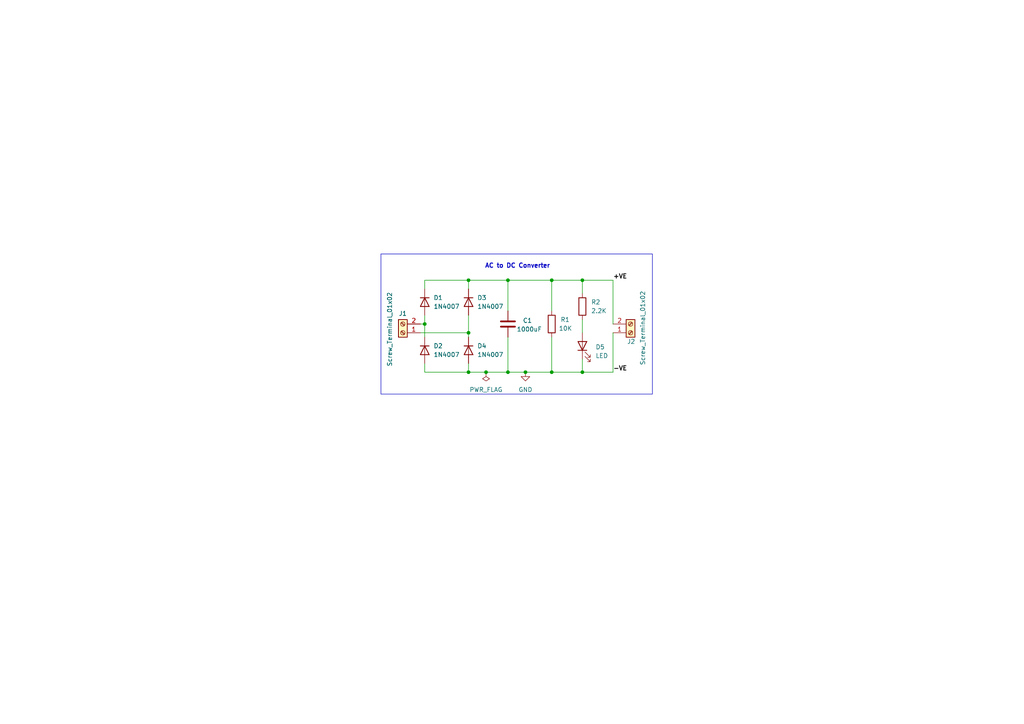
<source format=kicad_sch>
(kicad_sch (version 20231120) (generator "eeschema") (generator_version "8.0")
  (paper "A4")
  (title_block (title "AC to DC Converter") (date "2-1-2025"))
  (lib_symbols
    (symbol "Connector:Screw_Terminal_01x02" (pin_names (offset 1.016) hide)
      (property "Reference" "J" (at 0 2.54 0))
      (property "Value" "Screw_Terminal_01x02" (at 0 -5.08 0))
      (symbol "Screw_Terminal_01x02_1_1"
        (rectangle (start -1.27 1.27) (end 1.27 -3.81) (stroke (width 0.254)) (fill (type background)))
        (circle (center 0 -2.54) (radius 0.635) (stroke (width 0.1524)))
        (polyline (pts (xy -0.5334 -2.2098) (xy 0.3302 -3.048)) (stroke (width 0.1524)))
        (polyline (pts (xy -0.5334 0.3302) (xy 0.3302 -0.508)) (stroke (width 0.1524)))
        (polyline (pts (xy -0.3556 -2.032) (xy 0.508 -2.8702)) (stroke (width 0.1524)))
        (polyline (pts (xy -0.3556 0.508) (xy 0.508 -0.3302)) (stroke (width 0.1524)))
        (circle (center 0 0) (radius 0.635) (stroke (width 0.1524)))
        (pin passive line (at -5.08 0 0) (length 3.81) (name "Pin_1") (number "1"))
        (pin passive line (at -5.08 -2.54 0) (length 3.81) (name "Pin_2") (number "2"))
      )
    )
    (symbol "Device:C" (pin_numbers hide) (pin_names (offset 0.254))
      (property "Reference" "C" (at 0.635 2.54 0))
      (property "Value" "C" (at 0.635 -2.54 0))
      (symbol "C_0_1"
        (polyline (pts (xy -2.032 -0.762) (xy 2.032 -0.762)) (stroke (width 0.508)))
        (polyline (pts (xy -2.032 0.762) (xy 2.032 0.762)) (stroke (width 0.508)))
      )
      (symbol "C_1_1"
        (pin passive line (at 0 3.81 270) (length 2.794) (name "~") (number "1"))
        (pin passive line (at 0 -3.81 90) (length 2.794) (name "~") (number "2"))
      )
    )
    (symbol "Device:LED" (pin_numbers hide) (pin_names (offset 1.016) hide)
      (property "Reference" "D" (at 0 2.54 0))
      (property "Value" "LED" (at 0 -2.54 0))
      (symbol "LED_0_1"
        (polyline (pts (xy -1.27 -1.27) (xy -1.27 1.27)) (stroke (width 0.254)))
        (polyline (pts (xy -1.27 0) (xy 1.27 0)))
        (polyline (pts (xy 1.27 -1.27) (xy 1.27 1.27) (xy -1.27 0) (xy 1.27 -1.27)) (stroke (width 0.254)))
        (polyline (pts (xy -3.048 -0.762) (xy -4.572 -2.286) (xy -3.81 -2.286) (xy -4.572 -2.286) (xy -4.572 -1.524)))
        (polyline (pts (xy -1.778 -0.762) (xy -3.302 -2.286) (xy -2.54 -2.286) (xy -3.302 -2.286) (xy -3.302 -1.524)))
      )
      (symbol "LED_1_1"
        (pin passive line (at -3.81 0 0) (length 2.54) (name "K") (number "1"))
        (pin passive line (at 3.81 0 180) (length 2.54) (name "A") (number "2"))
      )
    )
    (symbol "Device:R" (pin_numbers hide) (pin_names (offset 0))
      (property "Reference" "R" (at 2.032 0 90))
      (property "Value" "R" (at 0 0 90))
      (symbol "R_0_1"
        (rectangle (start -1.016 -2.54) (end 1.016 2.54) (stroke (width 0.254)))
      )
      (symbol "R_1_1"
        (pin passive line (at 0 3.81 270) (length 1.27) (name "~") (number "1"))
        (pin passive line (at 0 -3.81 90) (length 1.27) (name "~") (number "2"))
      )
    )
    (symbol "Diode:1N4007" (pin_numbers hide) (pin_names hide)
      (property "Reference" "D" (at 0 2.54 0))
      (property "Value" "1N4007" (at 0 -2.54 0))
      (symbol "1N4007_0_1"
        (polyline (pts (xy -1.27 1.27) (xy -1.27 -1.27)) (stroke (width 0.254)))
        (polyline (pts (xy 1.27 0) (xy -1.27 0)))
        (polyline (pts (xy 1.27 1.27) (xy 1.27 -1.27) (xy -1.27 0) (xy 1.27 1.27)) (stroke (width 0.254)))
      )
      (symbol "1N4007_1_1"
        (pin passive line (at -3.81 0 0) (length 2.54) (name "K") (number "1"))
        (pin passive line (at 3.81 0 180) (length 2.54) (name "A") (number "2"))
      )
    )
    (symbol "power:GND" (power) (pin_numbers hide) (pin_names (offset 0) hide)
      (property "Value" "GND" (at 0 -3.81 0))
      (symbol "GND_0_1"
        (polyline (pts (xy 0 0) (xy 0 -1.27) (xy 1.27 -1.27) (xy 0 -2.54) (xy -1.27 -1.27) (xy 0 -1.27)))
      )
      (symbol "GND_1_1"
        (pin power_in line (at 0 0 270) (length 0) (name "~") (number "1"))
      )
    )
    (symbol "power:PWR_FLAG" (power) (pin_numbers hide) (pin_names (offset 0) hide)
      (property "Value" "PWR_FLAG" (at 0 3.81 0))
      (symbol "PWR_FLAG_0_0"
        (pin power_out line (at 0 0 90) (length 0) (name "~") (number "1"))
      )
      (symbol "PWR_FLAG_0_1"
        (polyline (pts (xy 0 0) (xy 0 1.27) (xy -1.016 1.905) (xy 0 2.54) (xy 1.016 1.905) (xy 0 1.27)))
      )
    )
  )
  (junction (at 160.02 107.95))
  (junction (at 147.32 81.28))
  (junction (at 147.32 107.95))
  (junction (at 168.91 81.28))
  (junction (at 135.89 107.95))
  (junction (at 135.89 81.28))
  (junction (at 140.97 107.95))
  (junction (at 152.4 107.95))
  (junction (at 160.02 81.28))
  (junction (at 123.19 93.98))
  (junction (at 135.89 96.52))
  (junction (at 168.91 107.95))
  (wire (pts (xy 123.19 83.82) (xy 123.19 81.28)))
  (wire (pts (xy 160.02 81.28) (xy 160.02 90.17)))
  (wire (pts (xy 135.89 91.44) (xy 135.89 96.52)))
  (wire (pts (xy 135.89 107.95) (xy 140.97 107.95)))
  (wire (pts (xy 135.89 96.52) (xy 135.89 97.79)))
  (wire (pts (xy 135.89 81.28) (xy 135.89 83.82)))
  (wire (pts (xy 135.89 81.28) (xy 147.32 81.28)))
  (wire (pts (xy 123.19 91.44) (xy 123.19 93.98)))
  (wire (pts (xy 140.97 107.95) (xy 147.32 107.95)))
  (wire (pts (xy 123.19 81.28) (xy 135.89 81.28)))
  (wire (pts (xy 152.4 107.95) (xy 160.02 107.95)))
  (wire (pts (xy 168.91 81.28) (xy 168.91 85.09)))
  (wire (pts (xy 147.32 107.95) (xy 152.4 107.95)))
  (wire (pts (xy 135.89 105.41) (xy 135.89 107.95)))
  (wire (pts (xy 177.8 107.95) (xy 168.91 107.95)))
  (wire (pts (xy 123.19 93.98) (xy 123.19 97.79)))
  (wire (pts (xy 147.32 81.28) (xy 160.02 81.28)))
  (wire (pts (xy 168.91 81.28) (xy 177.8 81.28)))
  (wire (pts (xy 168.91 107.95) (xy 168.91 104.14)))
  (wire (pts (xy 160.02 81.28) (xy 168.91 81.28)))
  (wire (pts (xy 160.02 107.95) (xy 160.02 97.79)))
  (wire (pts (xy 177.8 81.28) (xy 177.8 93.98)))
  (wire (pts (xy 160.02 107.95) (xy 168.91 107.95)))
  (wire (pts (xy 168.91 92.71) (xy 168.91 96.52)))
  (wire (pts (xy 123.19 107.95) (xy 135.89 107.95)))
  (wire (pts (xy 147.32 81.28) (xy 147.32 90.17)))
  (wire (pts (xy 123.19 105.41) (xy 123.19 107.95)))
  (wire (pts (xy 177.8 96.52) (xy 177.8 107.95)))
  (wire (pts (xy 147.32 107.95) (xy 147.32 97.79)))
  (wire (pts (xy 121.92 93.98) (xy 123.19 93.98)))
  (wire (pts (xy 121.92 96.52) (xy 135.89 96.52)))
  (rectangle (start 110.49 73.66) (end 189.23 114.3))
  (text "AC to DC Converter" (at 150.114 77.216 0) (effects (font (size 1.27 1.27) (thickness 0.254) (bold yes))))
  (label "-VE" (at 177.8 107.95 0) (effects (font (thickness 0.254) (bold yes))))
  (label "+VE" (at 177.8 81.28 0) (effects (font (thickness 0.254) (bold yes))))
  (symbol (lib_id "Diode:1N4007") (at 123.19 87.63 270) (unit 1)
    (property "Reference" "D1" (at 125.73 86.3599 90) (effects (justify left)))
    (property "Value" "1N4007" (at 125.73 88.8999 90) (effects (justify left)))
    (property "Footprint" "Diode_THT:D_DO-34_SOD68_P7.62mm_Horizontal" (effects (hide yes)))
    (property "Datasheet" "http://www.vishay.com/docs/88503/1n4001.pdf" (effects (hide yes)))
    (property "Description" "1000V 1A General Purpose Rectifier Diode, DO-41" (effects (hide yes)))
    (property "Sim.Device" "D" (effects (hide yes)))
    (property "Sim.Pins" "1=K 2=A" (effects (hide yes)))
  )
  (symbol (lib_id "Device:R") (at 168.91 88.9 0) (unit 1)
    (property "Reference" "R2" (at 171.45 87.6299 0) (effects (justify left)))
    (property "Value" "2.2K" (at 171.45 90.1699 0) (effects (justify left)))
    (property "Footprint" "Resistor_THT:R_Axial_DIN0207_L6.3mm_D2.5mm_P7.62mm_Horizontal" (effects (hide yes)))
    (property "Description" "Resistor" (effects (hide yes)))
  )
  (symbol (lib_id "power:PWR_FLAG") (at 140.97 107.95 180) (unit 1)
    (property "Reference" "#FLG01" (effects (hide yes)))
    (property "Value" "PWR_FLAG" (at 140.97 113.03 0))
    (property "Description" "Special symbol for telling ERC where power comes from" (effects (hide yes)))
  )
  (symbol (lib_id "Diode:1N4007") (at 135.89 101.6 270) (unit 1)
    (property "Reference" "D4" (at 138.43 100.3299 90) (effects (justify left)))
    (property "Value" "1N4007" (at 138.43 102.8699 90) (effects (justify left)))
    (property "Footprint" "Diode_THT:D_DO-34_SOD68_P7.62mm_Horizontal" (effects (hide yes)))
    (property "Datasheet" "http://www.vishay.com/docs/88503/1n4001.pdf" (effects (hide yes)))
    (property "Description" "1000V 1A General Purpose Rectifier Diode, DO-41" (effects (hide yes)))
    (property "Sim.Device" "D" (effects (hide yes)))
    (property "Sim.Pins" "1=K 2=A" (effects (hide yes)))
  )
  (symbol (lib_id "Diode:1N4007") (at 135.89 87.63 270) (unit 1)
    (property "Reference" "D3" (at 138.43 86.3599 90) (effects (justify left)))
    (property "Value" "1N4007" (at 138.43 88.8999 90) (effects (justify left)))
    (property "Footprint" "Diode_THT:D_DO-34_SOD68_P7.62mm_Horizontal" (effects (hide yes)))
    (property "Datasheet" "http://www.vishay.com/docs/88503/1n4001.pdf" (effects (hide yes)))
    (property "Description" "1000V 1A General Purpose Rectifier Diode, DO-41" (effects (hide yes)))
    (property "Sim.Device" "D" (effects (hide yes)))
    (property "Sim.Pins" "1=K 2=A" (effects (hide yes)))
  )
  (symbol (lib_id "Connector:Screw_Terminal_01x02") (at 182.88 96.52 0) (mirror x) (unit 1)
    (property "Reference" "J2" (at 181.864 99.06 0) (effects (justify left)))
    (property "Value" "Screw_Terminal_01x02" (at 186.436 84.328 90) (effects (justify left)))
    (property "Footprint" "TerminalBlock:TerminalBlock_bornier-2_P5.08mm" (effects (hide yes)))
    (property "Description" "Generic screw terminal, single row, 01x02, script generated (kicad-library-utils/schlib/autogen/connector/)" (effects (hide yes)))
  )
  (symbol (lib_id "Device:C") (at 147.32 93.98 0) (unit 1)
    (property "Reference" "C1" (at 151.638 92.964 0) (effects (justify left)))
    (property "Value" "1000uF" (at 149.86 95.504 0) (effects (justify left)))
    (property "Footprint" "Capacitor_THT:C_Radial_D8.0mm_H11.5mm_P3.50mm" (effects (hide yes)))
    (property "Description" "Unpolarized capacitor" (effects (hide yes)))
  )
  (symbol (lib_id "power:GND") (at 152.4 107.95 0) (unit 1)
    (property "Reference" "#PWR01" (effects (hide yes)))
    (property "Value" "GND" (at 152.4 113.03 0))
    (property "Description" "Power symbol creates a global label with name \"GND\" , ground" (effects (hide yes)))
  )
  (symbol (lib_id "Connector:Screw_Terminal_01x02") (at 116.84 96.52 180) (unit 1)
    (property "Reference" "J1" (at 116.84 90.932 0))
    (property "Value" "Screw_Terminal_01x02" (at 113.03 95.504 90))
    (property "Footprint" "TerminalBlock:TerminalBlock_bornier-2_P5.08mm" (effects (hide yes)))
    (property "Description" "Generic screw terminal, single row, 01x02, script generated (kicad-library-utils/schlib/autogen/connector/)" (effects (hide yes)))
  )
  (symbol (lib_id "Device:R") (at 160.02 93.98 0) (unit 1)
    (property "Reference" "R1" (at 162.56 92.7099 0) (effects (justify left)))
    (property "Value" "10K" (at 162.052 95.25 0) (effects (justify left)))
    (property "Footprint" "Resistor_THT:R_Axial_DIN0207_L6.3mm_D2.5mm_P7.62mm_Horizontal" (effects (hide yes)))
    (property "Description" "Resistor" (effects (hide yes)))
  )
  (symbol (lib_id "Device:LED") (at 168.91 100.33 90) (unit 1)
    (property "Reference" "D5" (at 172.72 100.6474 90) (effects (justify right)))
    (property "Value" "LED" (at 172.72 103.1874 90) (effects (justify right)))
    (property "Footprint" "LED_THT:LED_D5.0mm" (effects (hide yes)))
    (property "Description" "Light emitting diode" (effects (hide yes)))
  )
  (symbol (lib_id "Diode:1N4007") (at 123.19 101.6 270) (unit 1)
    (property "Reference" "D2" (at 125.73 100.3299 90) (effects (justify left)))
    (property "Value" "1N4007" (at 125.73 102.8699 90) (effects (justify left)))
    (property "Footprint" "Diode_THT:D_DO-34_SOD68_P7.62mm_Horizontal" (effects (hide yes)))
    (property "Datasheet" "http://www.vishay.com/docs/88503/1n4001.pdf" (effects (hide yes)))
    (property "Description" "1000V 1A General Purpose Rectifier Diode, DO-41" (effects (hide yes)))
    (property "Sim.Device" "D" (effects (hide yes)))
    (property "Sim.Pins" "1=K 2=A" (effects (hide yes)))
  )
)
</source>
